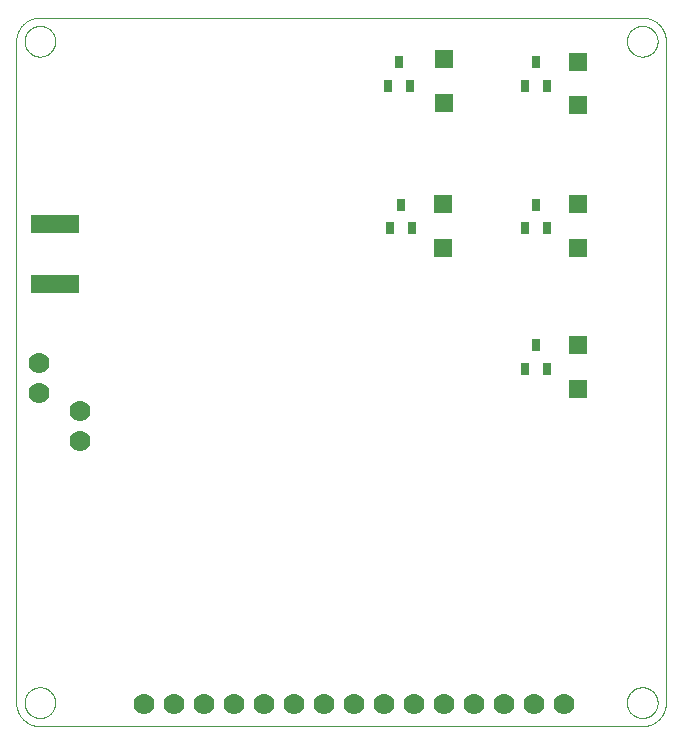
<source format=gbs>
G75*
%MOIN*%
%OFA0B0*%
%FSLAX25Y25*%
%IPPOS*%
%LPD*%
%AMOC8*
5,1,8,0,0,1.08239X$1,22.5*
%
%ADD10C,0.00001*%
%ADD11R,0.16400X0.06400*%
%ADD12R,0.02900X0.04400*%
%ADD13R,0.05912X0.05912*%
%ADD14C,0.07000*%
D10*
X0105675Y0063549D02*
X0105675Y0284021D01*
X0108431Y0284021D02*
X0108433Y0284164D01*
X0108439Y0284307D01*
X0108449Y0284449D01*
X0108463Y0284591D01*
X0108481Y0284733D01*
X0108503Y0284875D01*
X0108528Y0285015D01*
X0108558Y0285155D01*
X0108592Y0285294D01*
X0108629Y0285432D01*
X0108671Y0285569D01*
X0108716Y0285704D01*
X0108765Y0285838D01*
X0108817Y0285971D01*
X0108873Y0286103D01*
X0108933Y0286232D01*
X0108997Y0286360D01*
X0109064Y0286487D01*
X0109135Y0286611D01*
X0109209Y0286733D01*
X0109286Y0286853D01*
X0109367Y0286971D01*
X0109451Y0287087D01*
X0109538Y0287200D01*
X0109628Y0287311D01*
X0109722Y0287419D01*
X0109818Y0287525D01*
X0109917Y0287627D01*
X0110020Y0287727D01*
X0110124Y0287824D01*
X0110232Y0287919D01*
X0110342Y0288010D01*
X0110455Y0288098D01*
X0110570Y0288182D01*
X0110687Y0288264D01*
X0110807Y0288342D01*
X0110928Y0288417D01*
X0111052Y0288489D01*
X0111178Y0288557D01*
X0111305Y0288621D01*
X0111435Y0288682D01*
X0111566Y0288739D01*
X0111698Y0288793D01*
X0111832Y0288842D01*
X0111967Y0288889D01*
X0112104Y0288931D01*
X0112242Y0288969D01*
X0112380Y0289004D01*
X0112520Y0289034D01*
X0112660Y0289061D01*
X0112801Y0289084D01*
X0112943Y0289103D01*
X0113085Y0289118D01*
X0113228Y0289129D01*
X0113370Y0289136D01*
X0113513Y0289139D01*
X0113656Y0289138D01*
X0113799Y0289133D01*
X0113942Y0289124D01*
X0114084Y0289111D01*
X0114226Y0289094D01*
X0114367Y0289073D01*
X0114508Y0289048D01*
X0114648Y0289020D01*
X0114787Y0288987D01*
X0114925Y0288950D01*
X0115062Y0288910D01*
X0115198Y0288866D01*
X0115333Y0288818D01*
X0115466Y0288766D01*
X0115598Y0288711D01*
X0115728Y0288652D01*
X0115857Y0288589D01*
X0115983Y0288523D01*
X0116108Y0288453D01*
X0116231Y0288380D01*
X0116351Y0288304D01*
X0116470Y0288224D01*
X0116586Y0288140D01*
X0116700Y0288054D01*
X0116811Y0287964D01*
X0116920Y0287872D01*
X0117026Y0287776D01*
X0117130Y0287678D01*
X0117231Y0287576D01*
X0117328Y0287472D01*
X0117423Y0287365D01*
X0117515Y0287256D01*
X0117604Y0287144D01*
X0117690Y0287029D01*
X0117772Y0286913D01*
X0117851Y0286793D01*
X0117927Y0286672D01*
X0117999Y0286549D01*
X0118068Y0286424D01*
X0118133Y0286297D01*
X0118195Y0286168D01*
X0118253Y0286037D01*
X0118308Y0285905D01*
X0118358Y0285771D01*
X0118405Y0285636D01*
X0118449Y0285500D01*
X0118488Y0285363D01*
X0118523Y0285224D01*
X0118555Y0285085D01*
X0118583Y0284945D01*
X0118607Y0284804D01*
X0118627Y0284662D01*
X0118643Y0284520D01*
X0118655Y0284378D01*
X0118663Y0284235D01*
X0118667Y0284092D01*
X0118667Y0283950D01*
X0118663Y0283807D01*
X0118655Y0283664D01*
X0118643Y0283522D01*
X0118627Y0283380D01*
X0118607Y0283238D01*
X0118583Y0283097D01*
X0118555Y0282957D01*
X0118523Y0282818D01*
X0118488Y0282679D01*
X0118449Y0282542D01*
X0118405Y0282406D01*
X0118358Y0282271D01*
X0118308Y0282137D01*
X0118253Y0282005D01*
X0118195Y0281874D01*
X0118133Y0281745D01*
X0118068Y0281618D01*
X0117999Y0281493D01*
X0117927Y0281370D01*
X0117851Y0281249D01*
X0117772Y0281129D01*
X0117690Y0281013D01*
X0117604Y0280898D01*
X0117515Y0280786D01*
X0117423Y0280677D01*
X0117328Y0280570D01*
X0117231Y0280466D01*
X0117130Y0280364D01*
X0117026Y0280266D01*
X0116920Y0280170D01*
X0116811Y0280078D01*
X0116700Y0279988D01*
X0116586Y0279902D01*
X0116470Y0279818D01*
X0116351Y0279738D01*
X0116231Y0279662D01*
X0116108Y0279589D01*
X0115983Y0279519D01*
X0115857Y0279453D01*
X0115728Y0279390D01*
X0115598Y0279331D01*
X0115466Y0279276D01*
X0115333Y0279224D01*
X0115198Y0279176D01*
X0115062Y0279132D01*
X0114925Y0279092D01*
X0114787Y0279055D01*
X0114648Y0279022D01*
X0114508Y0278994D01*
X0114367Y0278969D01*
X0114226Y0278948D01*
X0114084Y0278931D01*
X0113942Y0278918D01*
X0113799Y0278909D01*
X0113656Y0278904D01*
X0113513Y0278903D01*
X0113370Y0278906D01*
X0113228Y0278913D01*
X0113085Y0278924D01*
X0112943Y0278939D01*
X0112801Y0278958D01*
X0112660Y0278981D01*
X0112520Y0279008D01*
X0112380Y0279038D01*
X0112242Y0279073D01*
X0112104Y0279111D01*
X0111967Y0279153D01*
X0111832Y0279200D01*
X0111698Y0279249D01*
X0111566Y0279303D01*
X0111435Y0279360D01*
X0111305Y0279421D01*
X0111178Y0279485D01*
X0111052Y0279553D01*
X0110928Y0279625D01*
X0110807Y0279700D01*
X0110687Y0279778D01*
X0110570Y0279860D01*
X0110455Y0279944D01*
X0110342Y0280032D01*
X0110232Y0280123D01*
X0110124Y0280218D01*
X0110020Y0280315D01*
X0109917Y0280415D01*
X0109818Y0280517D01*
X0109722Y0280623D01*
X0109628Y0280731D01*
X0109538Y0280842D01*
X0109451Y0280955D01*
X0109367Y0281071D01*
X0109286Y0281189D01*
X0109209Y0281309D01*
X0109135Y0281431D01*
X0109064Y0281555D01*
X0108997Y0281682D01*
X0108933Y0281810D01*
X0108873Y0281939D01*
X0108817Y0282071D01*
X0108765Y0282204D01*
X0108716Y0282338D01*
X0108671Y0282473D01*
X0108629Y0282610D01*
X0108592Y0282748D01*
X0108558Y0282887D01*
X0108528Y0283027D01*
X0108503Y0283167D01*
X0108481Y0283309D01*
X0108463Y0283451D01*
X0108449Y0283593D01*
X0108439Y0283735D01*
X0108433Y0283878D01*
X0108431Y0284021D01*
X0105675Y0284021D02*
X0105677Y0284211D01*
X0105684Y0284401D01*
X0105696Y0284591D01*
X0105712Y0284781D01*
X0105732Y0284970D01*
X0105758Y0285159D01*
X0105787Y0285347D01*
X0105822Y0285534D01*
X0105861Y0285720D01*
X0105904Y0285905D01*
X0105952Y0286090D01*
X0106004Y0286273D01*
X0106060Y0286454D01*
X0106121Y0286634D01*
X0106187Y0286813D01*
X0106256Y0286990D01*
X0106330Y0287166D01*
X0106408Y0287339D01*
X0106491Y0287511D01*
X0106577Y0287680D01*
X0106667Y0287848D01*
X0106762Y0288013D01*
X0106860Y0288176D01*
X0106963Y0288336D01*
X0107069Y0288494D01*
X0107179Y0288649D01*
X0107292Y0288802D01*
X0107410Y0288952D01*
X0107531Y0289098D01*
X0107655Y0289242D01*
X0107783Y0289383D01*
X0107914Y0289521D01*
X0108049Y0289656D01*
X0108187Y0289787D01*
X0108328Y0289915D01*
X0108472Y0290039D01*
X0108618Y0290160D01*
X0108768Y0290278D01*
X0108921Y0290391D01*
X0109076Y0290501D01*
X0109234Y0290607D01*
X0109394Y0290710D01*
X0109557Y0290808D01*
X0109722Y0290903D01*
X0109890Y0290993D01*
X0110059Y0291079D01*
X0110231Y0291162D01*
X0110404Y0291240D01*
X0110580Y0291314D01*
X0110757Y0291383D01*
X0110936Y0291449D01*
X0111116Y0291510D01*
X0111297Y0291566D01*
X0111480Y0291618D01*
X0111665Y0291666D01*
X0111850Y0291709D01*
X0112036Y0291748D01*
X0112223Y0291783D01*
X0112411Y0291812D01*
X0112600Y0291838D01*
X0112789Y0291858D01*
X0112979Y0291874D01*
X0113169Y0291886D01*
X0113359Y0291893D01*
X0113549Y0291895D01*
X0314336Y0291895D01*
X0309218Y0284021D02*
X0309220Y0284164D01*
X0309226Y0284307D01*
X0309236Y0284449D01*
X0309250Y0284591D01*
X0309268Y0284733D01*
X0309290Y0284875D01*
X0309315Y0285015D01*
X0309345Y0285155D01*
X0309379Y0285294D01*
X0309416Y0285432D01*
X0309458Y0285569D01*
X0309503Y0285704D01*
X0309552Y0285838D01*
X0309604Y0285971D01*
X0309660Y0286103D01*
X0309720Y0286232D01*
X0309784Y0286360D01*
X0309851Y0286487D01*
X0309922Y0286611D01*
X0309996Y0286733D01*
X0310073Y0286853D01*
X0310154Y0286971D01*
X0310238Y0287087D01*
X0310325Y0287200D01*
X0310415Y0287311D01*
X0310509Y0287419D01*
X0310605Y0287525D01*
X0310704Y0287627D01*
X0310807Y0287727D01*
X0310911Y0287824D01*
X0311019Y0287919D01*
X0311129Y0288010D01*
X0311242Y0288098D01*
X0311357Y0288182D01*
X0311474Y0288264D01*
X0311594Y0288342D01*
X0311715Y0288417D01*
X0311839Y0288489D01*
X0311965Y0288557D01*
X0312092Y0288621D01*
X0312222Y0288682D01*
X0312353Y0288739D01*
X0312485Y0288793D01*
X0312619Y0288842D01*
X0312754Y0288889D01*
X0312891Y0288931D01*
X0313029Y0288969D01*
X0313167Y0289004D01*
X0313307Y0289034D01*
X0313447Y0289061D01*
X0313588Y0289084D01*
X0313730Y0289103D01*
X0313872Y0289118D01*
X0314015Y0289129D01*
X0314157Y0289136D01*
X0314300Y0289139D01*
X0314443Y0289138D01*
X0314586Y0289133D01*
X0314729Y0289124D01*
X0314871Y0289111D01*
X0315013Y0289094D01*
X0315154Y0289073D01*
X0315295Y0289048D01*
X0315435Y0289020D01*
X0315574Y0288987D01*
X0315712Y0288950D01*
X0315849Y0288910D01*
X0315985Y0288866D01*
X0316120Y0288818D01*
X0316253Y0288766D01*
X0316385Y0288711D01*
X0316515Y0288652D01*
X0316644Y0288589D01*
X0316770Y0288523D01*
X0316895Y0288453D01*
X0317018Y0288380D01*
X0317138Y0288304D01*
X0317257Y0288224D01*
X0317373Y0288140D01*
X0317487Y0288054D01*
X0317598Y0287964D01*
X0317707Y0287872D01*
X0317813Y0287776D01*
X0317917Y0287678D01*
X0318018Y0287576D01*
X0318115Y0287472D01*
X0318210Y0287365D01*
X0318302Y0287256D01*
X0318391Y0287144D01*
X0318477Y0287029D01*
X0318559Y0286913D01*
X0318638Y0286793D01*
X0318714Y0286672D01*
X0318786Y0286549D01*
X0318855Y0286424D01*
X0318920Y0286297D01*
X0318982Y0286168D01*
X0319040Y0286037D01*
X0319095Y0285905D01*
X0319145Y0285771D01*
X0319192Y0285636D01*
X0319236Y0285500D01*
X0319275Y0285363D01*
X0319310Y0285224D01*
X0319342Y0285085D01*
X0319370Y0284945D01*
X0319394Y0284804D01*
X0319414Y0284662D01*
X0319430Y0284520D01*
X0319442Y0284378D01*
X0319450Y0284235D01*
X0319454Y0284092D01*
X0319454Y0283950D01*
X0319450Y0283807D01*
X0319442Y0283664D01*
X0319430Y0283522D01*
X0319414Y0283380D01*
X0319394Y0283238D01*
X0319370Y0283097D01*
X0319342Y0282957D01*
X0319310Y0282818D01*
X0319275Y0282679D01*
X0319236Y0282542D01*
X0319192Y0282406D01*
X0319145Y0282271D01*
X0319095Y0282137D01*
X0319040Y0282005D01*
X0318982Y0281874D01*
X0318920Y0281745D01*
X0318855Y0281618D01*
X0318786Y0281493D01*
X0318714Y0281370D01*
X0318638Y0281249D01*
X0318559Y0281129D01*
X0318477Y0281013D01*
X0318391Y0280898D01*
X0318302Y0280786D01*
X0318210Y0280677D01*
X0318115Y0280570D01*
X0318018Y0280466D01*
X0317917Y0280364D01*
X0317813Y0280266D01*
X0317707Y0280170D01*
X0317598Y0280078D01*
X0317487Y0279988D01*
X0317373Y0279902D01*
X0317257Y0279818D01*
X0317138Y0279738D01*
X0317018Y0279662D01*
X0316895Y0279589D01*
X0316770Y0279519D01*
X0316644Y0279453D01*
X0316515Y0279390D01*
X0316385Y0279331D01*
X0316253Y0279276D01*
X0316120Y0279224D01*
X0315985Y0279176D01*
X0315849Y0279132D01*
X0315712Y0279092D01*
X0315574Y0279055D01*
X0315435Y0279022D01*
X0315295Y0278994D01*
X0315154Y0278969D01*
X0315013Y0278948D01*
X0314871Y0278931D01*
X0314729Y0278918D01*
X0314586Y0278909D01*
X0314443Y0278904D01*
X0314300Y0278903D01*
X0314157Y0278906D01*
X0314015Y0278913D01*
X0313872Y0278924D01*
X0313730Y0278939D01*
X0313588Y0278958D01*
X0313447Y0278981D01*
X0313307Y0279008D01*
X0313167Y0279038D01*
X0313029Y0279073D01*
X0312891Y0279111D01*
X0312754Y0279153D01*
X0312619Y0279200D01*
X0312485Y0279249D01*
X0312353Y0279303D01*
X0312222Y0279360D01*
X0312092Y0279421D01*
X0311965Y0279485D01*
X0311839Y0279553D01*
X0311715Y0279625D01*
X0311594Y0279700D01*
X0311474Y0279778D01*
X0311357Y0279860D01*
X0311242Y0279944D01*
X0311129Y0280032D01*
X0311019Y0280123D01*
X0310911Y0280218D01*
X0310807Y0280315D01*
X0310704Y0280415D01*
X0310605Y0280517D01*
X0310509Y0280623D01*
X0310415Y0280731D01*
X0310325Y0280842D01*
X0310238Y0280955D01*
X0310154Y0281071D01*
X0310073Y0281189D01*
X0309996Y0281309D01*
X0309922Y0281431D01*
X0309851Y0281555D01*
X0309784Y0281682D01*
X0309720Y0281810D01*
X0309660Y0281939D01*
X0309604Y0282071D01*
X0309552Y0282204D01*
X0309503Y0282338D01*
X0309458Y0282473D01*
X0309416Y0282610D01*
X0309379Y0282748D01*
X0309345Y0282887D01*
X0309315Y0283027D01*
X0309290Y0283167D01*
X0309268Y0283309D01*
X0309250Y0283451D01*
X0309236Y0283593D01*
X0309226Y0283735D01*
X0309220Y0283878D01*
X0309218Y0284021D01*
X0314336Y0291895D02*
X0314526Y0291893D01*
X0314716Y0291886D01*
X0314906Y0291874D01*
X0315096Y0291858D01*
X0315285Y0291838D01*
X0315474Y0291812D01*
X0315662Y0291783D01*
X0315849Y0291748D01*
X0316035Y0291709D01*
X0316220Y0291666D01*
X0316405Y0291618D01*
X0316588Y0291566D01*
X0316769Y0291510D01*
X0316949Y0291449D01*
X0317128Y0291383D01*
X0317305Y0291314D01*
X0317481Y0291240D01*
X0317654Y0291162D01*
X0317826Y0291079D01*
X0317995Y0290993D01*
X0318163Y0290903D01*
X0318328Y0290808D01*
X0318491Y0290710D01*
X0318651Y0290607D01*
X0318809Y0290501D01*
X0318964Y0290391D01*
X0319117Y0290278D01*
X0319267Y0290160D01*
X0319413Y0290039D01*
X0319557Y0289915D01*
X0319698Y0289787D01*
X0319836Y0289656D01*
X0319971Y0289521D01*
X0320102Y0289383D01*
X0320230Y0289242D01*
X0320354Y0289098D01*
X0320475Y0288952D01*
X0320593Y0288802D01*
X0320706Y0288649D01*
X0320816Y0288494D01*
X0320922Y0288336D01*
X0321025Y0288176D01*
X0321123Y0288013D01*
X0321218Y0287848D01*
X0321308Y0287680D01*
X0321394Y0287511D01*
X0321477Y0287339D01*
X0321555Y0287166D01*
X0321629Y0286990D01*
X0321698Y0286813D01*
X0321764Y0286634D01*
X0321825Y0286454D01*
X0321881Y0286273D01*
X0321933Y0286090D01*
X0321981Y0285905D01*
X0322024Y0285720D01*
X0322063Y0285534D01*
X0322098Y0285347D01*
X0322127Y0285159D01*
X0322153Y0284970D01*
X0322173Y0284781D01*
X0322189Y0284591D01*
X0322201Y0284401D01*
X0322208Y0284211D01*
X0322210Y0284021D01*
X0322210Y0063549D01*
X0309218Y0063549D02*
X0309220Y0063692D01*
X0309226Y0063835D01*
X0309236Y0063977D01*
X0309250Y0064119D01*
X0309268Y0064261D01*
X0309290Y0064403D01*
X0309315Y0064543D01*
X0309345Y0064683D01*
X0309379Y0064822D01*
X0309416Y0064960D01*
X0309458Y0065097D01*
X0309503Y0065232D01*
X0309552Y0065366D01*
X0309604Y0065499D01*
X0309660Y0065631D01*
X0309720Y0065760D01*
X0309784Y0065888D01*
X0309851Y0066015D01*
X0309922Y0066139D01*
X0309996Y0066261D01*
X0310073Y0066381D01*
X0310154Y0066499D01*
X0310238Y0066615D01*
X0310325Y0066728D01*
X0310415Y0066839D01*
X0310509Y0066947D01*
X0310605Y0067053D01*
X0310704Y0067155D01*
X0310807Y0067255D01*
X0310911Y0067352D01*
X0311019Y0067447D01*
X0311129Y0067538D01*
X0311242Y0067626D01*
X0311357Y0067710D01*
X0311474Y0067792D01*
X0311594Y0067870D01*
X0311715Y0067945D01*
X0311839Y0068017D01*
X0311965Y0068085D01*
X0312092Y0068149D01*
X0312222Y0068210D01*
X0312353Y0068267D01*
X0312485Y0068321D01*
X0312619Y0068370D01*
X0312754Y0068417D01*
X0312891Y0068459D01*
X0313029Y0068497D01*
X0313167Y0068532D01*
X0313307Y0068562D01*
X0313447Y0068589D01*
X0313588Y0068612D01*
X0313730Y0068631D01*
X0313872Y0068646D01*
X0314015Y0068657D01*
X0314157Y0068664D01*
X0314300Y0068667D01*
X0314443Y0068666D01*
X0314586Y0068661D01*
X0314729Y0068652D01*
X0314871Y0068639D01*
X0315013Y0068622D01*
X0315154Y0068601D01*
X0315295Y0068576D01*
X0315435Y0068548D01*
X0315574Y0068515D01*
X0315712Y0068478D01*
X0315849Y0068438D01*
X0315985Y0068394D01*
X0316120Y0068346D01*
X0316253Y0068294D01*
X0316385Y0068239D01*
X0316515Y0068180D01*
X0316644Y0068117D01*
X0316770Y0068051D01*
X0316895Y0067981D01*
X0317018Y0067908D01*
X0317138Y0067832D01*
X0317257Y0067752D01*
X0317373Y0067668D01*
X0317487Y0067582D01*
X0317598Y0067492D01*
X0317707Y0067400D01*
X0317813Y0067304D01*
X0317917Y0067206D01*
X0318018Y0067104D01*
X0318115Y0067000D01*
X0318210Y0066893D01*
X0318302Y0066784D01*
X0318391Y0066672D01*
X0318477Y0066557D01*
X0318559Y0066441D01*
X0318638Y0066321D01*
X0318714Y0066200D01*
X0318786Y0066077D01*
X0318855Y0065952D01*
X0318920Y0065825D01*
X0318982Y0065696D01*
X0319040Y0065565D01*
X0319095Y0065433D01*
X0319145Y0065299D01*
X0319192Y0065164D01*
X0319236Y0065028D01*
X0319275Y0064891D01*
X0319310Y0064752D01*
X0319342Y0064613D01*
X0319370Y0064473D01*
X0319394Y0064332D01*
X0319414Y0064190D01*
X0319430Y0064048D01*
X0319442Y0063906D01*
X0319450Y0063763D01*
X0319454Y0063620D01*
X0319454Y0063478D01*
X0319450Y0063335D01*
X0319442Y0063192D01*
X0319430Y0063050D01*
X0319414Y0062908D01*
X0319394Y0062766D01*
X0319370Y0062625D01*
X0319342Y0062485D01*
X0319310Y0062346D01*
X0319275Y0062207D01*
X0319236Y0062070D01*
X0319192Y0061934D01*
X0319145Y0061799D01*
X0319095Y0061665D01*
X0319040Y0061533D01*
X0318982Y0061402D01*
X0318920Y0061273D01*
X0318855Y0061146D01*
X0318786Y0061021D01*
X0318714Y0060898D01*
X0318638Y0060777D01*
X0318559Y0060657D01*
X0318477Y0060541D01*
X0318391Y0060426D01*
X0318302Y0060314D01*
X0318210Y0060205D01*
X0318115Y0060098D01*
X0318018Y0059994D01*
X0317917Y0059892D01*
X0317813Y0059794D01*
X0317707Y0059698D01*
X0317598Y0059606D01*
X0317487Y0059516D01*
X0317373Y0059430D01*
X0317257Y0059346D01*
X0317138Y0059266D01*
X0317018Y0059190D01*
X0316895Y0059117D01*
X0316770Y0059047D01*
X0316644Y0058981D01*
X0316515Y0058918D01*
X0316385Y0058859D01*
X0316253Y0058804D01*
X0316120Y0058752D01*
X0315985Y0058704D01*
X0315849Y0058660D01*
X0315712Y0058620D01*
X0315574Y0058583D01*
X0315435Y0058550D01*
X0315295Y0058522D01*
X0315154Y0058497D01*
X0315013Y0058476D01*
X0314871Y0058459D01*
X0314729Y0058446D01*
X0314586Y0058437D01*
X0314443Y0058432D01*
X0314300Y0058431D01*
X0314157Y0058434D01*
X0314015Y0058441D01*
X0313872Y0058452D01*
X0313730Y0058467D01*
X0313588Y0058486D01*
X0313447Y0058509D01*
X0313307Y0058536D01*
X0313167Y0058566D01*
X0313029Y0058601D01*
X0312891Y0058639D01*
X0312754Y0058681D01*
X0312619Y0058728D01*
X0312485Y0058777D01*
X0312353Y0058831D01*
X0312222Y0058888D01*
X0312092Y0058949D01*
X0311965Y0059013D01*
X0311839Y0059081D01*
X0311715Y0059153D01*
X0311594Y0059228D01*
X0311474Y0059306D01*
X0311357Y0059388D01*
X0311242Y0059472D01*
X0311129Y0059560D01*
X0311019Y0059651D01*
X0310911Y0059746D01*
X0310807Y0059843D01*
X0310704Y0059943D01*
X0310605Y0060045D01*
X0310509Y0060151D01*
X0310415Y0060259D01*
X0310325Y0060370D01*
X0310238Y0060483D01*
X0310154Y0060599D01*
X0310073Y0060717D01*
X0309996Y0060837D01*
X0309922Y0060959D01*
X0309851Y0061083D01*
X0309784Y0061210D01*
X0309720Y0061338D01*
X0309660Y0061467D01*
X0309604Y0061599D01*
X0309552Y0061732D01*
X0309503Y0061866D01*
X0309458Y0062001D01*
X0309416Y0062138D01*
X0309379Y0062276D01*
X0309345Y0062415D01*
X0309315Y0062555D01*
X0309290Y0062695D01*
X0309268Y0062837D01*
X0309250Y0062979D01*
X0309236Y0063121D01*
X0309226Y0063263D01*
X0309220Y0063406D01*
X0309218Y0063549D01*
X0314336Y0055675D02*
X0314526Y0055677D01*
X0314716Y0055684D01*
X0314906Y0055696D01*
X0315096Y0055712D01*
X0315285Y0055732D01*
X0315474Y0055758D01*
X0315662Y0055787D01*
X0315849Y0055822D01*
X0316035Y0055861D01*
X0316220Y0055904D01*
X0316405Y0055952D01*
X0316588Y0056004D01*
X0316769Y0056060D01*
X0316949Y0056121D01*
X0317128Y0056187D01*
X0317305Y0056256D01*
X0317481Y0056330D01*
X0317654Y0056408D01*
X0317826Y0056491D01*
X0317995Y0056577D01*
X0318163Y0056667D01*
X0318328Y0056762D01*
X0318491Y0056860D01*
X0318651Y0056963D01*
X0318809Y0057069D01*
X0318964Y0057179D01*
X0319117Y0057292D01*
X0319267Y0057410D01*
X0319413Y0057531D01*
X0319557Y0057655D01*
X0319698Y0057783D01*
X0319836Y0057914D01*
X0319971Y0058049D01*
X0320102Y0058187D01*
X0320230Y0058328D01*
X0320354Y0058472D01*
X0320475Y0058618D01*
X0320593Y0058768D01*
X0320706Y0058921D01*
X0320816Y0059076D01*
X0320922Y0059234D01*
X0321025Y0059394D01*
X0321123Y0059557D01*
X0321218Y0059722D01*
X0321308Y0059890D01*
X0321394Y0060059D01*
X0321477Y0060231D01*
X0321555Y0060404D01*
X0321629Y0060580D01*
X0321698Y0060757D01*
X0321764Y0060936D01*
X0321825Y0061116D01*
X0321881Y0061297D01*
X0321933Y0061480D01*
X0321981Y0061665D01*
X0322024Y0061850D01*
X0322063Y0062036D01*
X0322098Y0062223D01*
X0322127Y0062411D01*
X0322153Y0062600D01*
X0322173Y0062789D01*
X0322189Y0062979D01*
X0322201Y0063169D01*
X0322208Y0063359D01*
X0322210Y0063549D01*
X0314336Y0055675D02*
X0113549Y0055675D01*
X0108431Y0063549D02*
X0108433Y0063692D01*
X0108439Y0063835D01*
X0108449Y0063977D01*
X0108463Y0064119D01*
X0108481Y0064261D01*
X0108503Y0064403D01*
X0108528Y0064543D01*
X0108558Y0064683D01*
X0108592Y0064822D01*
X0108629Y0064960D01*
X0108671Y0065097D01*
X0108716Y0065232D01*
X0108765Y0065366D01*
X0108817Y0065499D01*
X0108873Y0065631D01*
X0108933Y0065760D01*
X0108997Y0065888D01*
X0109064Y0066015D01*
X0109135Y0066139D01*
X0109209Y0066261D01*
X0109286Y0066381D01*
X0109367Y0066499D01*
X0109451Y0066615D01*
X0109538Y0066728D01*
X0109628Y0066839D01*
X0109722Y0066947D01*
X0109818Y0067053D01*
X0109917Y0067155D01*
X0110020Y0067255D01*
X0110124Y0067352D01*
X0110232Y0067447D01*
X0110342Y0067538D01*
X0110455Y0067626D01*
X0110570Y0067710D01*
X0110687Y0067792D01*
X0110807Y0067870D01*
X0110928Y0067945D01*
X0111052Y0068017D01*
X0111178Y0068085D01*
X0111305Y0068149D01*
X0111435Y0068210D01*
X0111566Y0068267D01*
X0111698Y0068321D01*
X0111832Y0068370D01*
X0111967Y0068417D01*
X0112104Y0068459D01*
X0112242Y0068497D01*
X0112380Y0068532D01*
X0112520Y0068562D01*
X0112660Y0068589D01*
X0112801Y0068612D01*
X0112943Y0068631D01*
X0113085Y0068646D01*
X0113228Y0068657D01*
X0113370Y0068664D01*
X0113513Y0068667D01*
X0113656Y0068666D01*
X0113799Y0068661D01*
X0113942Y0068652D01*
X0114084Y0068639D01*
X0114226Y0068622D01*
X0114367Y0068601D01*
X0114508Y0068576D01*
X0114648Y0068548D01*
X0114787Y0068515D01*
X0114925Y0068478D01*
X0115062Y0068438D01*
X0115198Y0068394D01*
X0115333Y0068346D01*
X0115466Y0068294D01*
X0115598Y0068239D01*
X0115728Y0068180D01*
X0115857Y0068117D01*
X0115983Y0068051D01*
X0116108Y0067981D01*
X0116231Y0067908D01*
X0116351Y0067832D01*
X0116470Y0067752D01*
X0116586Y0067668D01*
X0116700Y0067582D01*
X0116811Y0067492D01*
X0116920Y0067400D01*
X0117026Y0067304D01*
X0117130Y0067206D01*
X0117231Y0067104D01*
X0117328Y0067000D01*
X0117423Y0066893D01*
X0117515Y0066784D01*
X0117604Y0066672D01*
X0117690Y0066557D01*
X0117772Y0066441D01*
X0117851Y0066321D01*
X0117927Y0066200D01*
X0117999Y0066077D01*
X0118068Y0065952D01*
X0118133Y0065825D01*
X0118195Y0065696D01*
X0118253Y0065565D01*
X0118308Y0065433D01*
X0118358Y0065299D01*
X0118405Y0065164D01*
X0118449Y0065028D01*
X0118488Y0064891D01*
X0118523Y0064752D01*
X0118555Y0064613D01*
X0118583Y0064473D01*
X0118607Y0064332D01*
X0118627Y0064190D01*
X0118643Y0064048D01*
X0118655Y0063906D01*
X0118663Y0063763D01*
X0118667Y0063620D01*
X0118667Y0063478D01*
X0118663Y0063335D01*
X0118655Y0063192D01*
X0118643Y0063050D01*
X0118627Y0062908D01*
X0118607Y0062766D01*
X0118583Y0062625D01*
X0118555Y0062485D01*
X0118523Y0062346D01*
X0118488Y0062207D01*
X0118449Y0062070D01*
X0118405Y0061934D01*
X0118358Y0061799D01*
X0118308Y0061665D01*
X0118253Y0061533D01*
X0118195Y0061402D01*
X0118133Y0061273D01*
X0118068Y0061146D01*
X0117999Y0061021D01*
X0117927Y0060898D01*
X0117851Y0060777D01*
X0117772Y0060657D01*
X0117690Y0060541D01*
X0117604Y0060426D01*
X0117515Y0060314D01*
X0117423Y0060205D01*
X0117328Y0060098D01*
X0117231Y0059994D01*
X0117130Y0059892D01*
X0117026Y0059794D01*
X0116920Y0059698D01*
X0116811Y0059606D01*
X0116700Y0059516D01*
X0116586Y0059430D01*
X0116470Y0059346D01*
X0116351Y0059266D01*
X0116231Y0059190D01*
X0116108Y0059117D01*
X0115983Y0059047D01*
X0115857Y0058981D01*
X0115728Y0058918D01*
X0115598Y0058859D01*
X0115466Y0058804D01*
X0115333Y0058752D01*
X0115198Y0058704D01*
X0115062Y0058660D01*
X0114925Y0058620D01*
X0114787Y0058583D01*
X0114648Y0058550D01*
X0114508Y0058522D01*
X0114367Y0058497D01*
X0114226Y0058476D01*
X0114084Y0058459D01*
X0113942Y0058446D01*
X0113799Y0058437D01*
X0113656Y0058432D01*
X0113513Y0058431D01*
X0113370Y0058434D01*
X0113228Y0058441D01*
X0113085Y0058452D01*
X0112943Y0058467D01*
X0112801Y0058486D01*
X0112660Y0058509D01*
X0112520Y0058536D01*
X0112380Y0058566D01*
X0112242Y0058601D01*
X0112104Y0058639D01*
X0111967Y0058681D01*
X0111832Y0058728D01*
X0111698Y0058777D01*
X0111566Y0058831D01*
X0111435Y0058888D01*
X0111305Y0058949D01*
X0111178Y0059013D01*
X0111052Y0059081D01*
X0110928Y0059153D01*
X0110807Y0059228D01*
X0110687Y0059306D01*
X0110570Y0059388D01*
X0110455Y0059472D01*
X0110342Y0059560D01*
X0110232Y0059651D01*
X0110124Y0059746D01*
X0110020Y0059843D01*
X0109917Y0059943D01*
X0109818Y0060045D01*
X0109722Y0060151D01*
X0109628Y0060259D01*
X0109538Y0060370D01*
X0109451Y0060483D01*
X0109367Y0060599D01*
X0109286Y0060717D01*
X0109209Y0060837D01*
X0109135Y0060959D01*
X0109064Y0061083D01*
X0108997Y0061210D01*
X0108933Y0061338D01*
X0108873Y0061467D01*
X0108817Y0061599D01*
X0108765Y0061732D01*
X0108716Y0061866D01*
X0108671Y0062001D01*
X0108629Y0062138D01*
X0108592Y0062276D01*
X0108558Y0062415D01*
X0108528Y0062555D01*
X0108503Y0062695D01*
X0108481Y0062837D01*
X0108463Y0062979D01*
X0108449Y0063121D01*
X0108439Y0063263D01*
X0108433Y0063406D01*
X0108431Y0063549D01*
X0105675Y0063549D02*
X0105677Y0063359D01*
X0105684Y0063169D01*
X0105696Y0062979D01*
X0105712Y0062789D01*
X0105732Y0062600D01*
X0105758Y0062411D01*
X0105787Y0062223D01*
X0105822Y0062036D01*
X0105861Y0061850D01*
X0105904Y0061665D01*
X0105952Y0061480D01*
X0106004Y0061297D01*
X0106060Y0061116D01*
X0106121Y0060936D01*
X0106187Y0060757D01*
X0106256Y0060580D01*
X0106330Y0060404D01*
X0106408Y0060231D01*
X0106491Y0060059D01*
X0106577Y0059890D01*
X0106667Y0059722D01*
X0106762Y0059557D01*
X0106860Y0059394D01*
X0106963Y0059234D01*
X0107069Y0059076D01*
X0107179Y0058921D01*
X0107292Y0058768D01*
X0107410Y0058618D01*
X0107531Y0058472D01*
X0107655Y0058328D01*
X0107783Y0058187D01*
X0107914Y0058049D01*
X0108049Y0057914D01*
X0108187Y0057783D01*
X0108328Y0057655D01*
X0108472Y0057531D01*
X0108618Y0057410D01*
X0108768Y0057292D01*
X0108921Y0057179D01*
X0109076Y0057069D01*
X0109234Y0056963D01*
X0109394Y0056860D01*
X0109557Y0056762D01*
X0109722Y0056667D01*
X0109890Y0056577D01*
X0110059Y0056491D01*
X0110231Y0056408D01*
X0110404Y0056330D01*
X0110580Y0056256D01*
X0110757Y0056187D01*
X0110936Y0056121D01*
X0111116Y0056060D01*
X0111297Y0056004D01*
X0111480Y0055952D01*
X0111665Y0055904D01*
X0111850Y0055861D01*
X0112036Y0055822D01*
X0112223Y0055787D01*
X0112411Y0055758D01*
X0112600Y0055732D01*
X0112789Y0055712D01*
X0112979Y0055696D01*
X0113169Y0055684D01*
X0113359Y0055677D01*
X0113549Y0055675D01*
D11*
X0118675Y0203175D03*
X0118675Y0223175D03*
D12*
X0230163Y0221600D03*
X0237644Y0221600D03*
X0233903Y0229474D03*
X0236915Y0269238D03*
X0229435Y0269238D03*
X0233175Y0277112D03*
X0275163Y0269100D03*
X0282644Y0269100D03*
X0278903Y0276974D03*
X0278903Y0229474D03*
X0275163Y0221600D03*
X0282644Y0221600D03*
X0278903Y0182644D03*
X0275163Y0174769D03*
X0282644Y0174769D03*
D13*
X0292929Y0168126D03*
X0292929Y0182693D03*
X0293037Y0215163D03*
X0293037Y0229730D03*
X0293037Y0262663D03*
X0293037Y0277230D03*
X0248175Y0277958D03*
X0248175Y0263392D03*
X0248037Y0229730D03*
X0248037Y0215163D03*
D14*
X0126925Y0160675D03*
X0126925Y0150675D03*
X0113175Y0166925D03*
X0113175Y0176925D03*
X0148175Y0063175D03*
X0158175Y0063175D03*
X0168175Y0063175D03*
X0178175Y0063175D03*
X0188175Y0063175D03*
X0198175Y0063175D03*
X0208175Y0063175D03*
X0218175Y0063175D03*
X0228175Y0063175D03*
X0238175Y0063175D03*
X0248175Y0063175D03*
X0258175Y0063175D03*
X0268175Y0063175D03*
X0278175Y0063175D03*
X0288175Y0063175D03*
M02*

</source>
